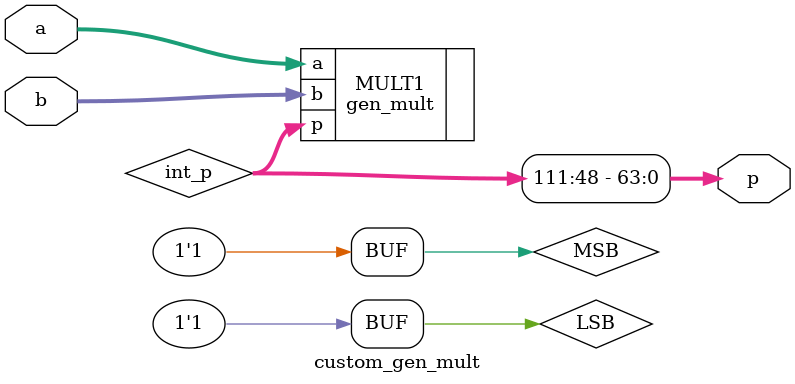
<source format=v>
/*
    custom_gen_mult must take a DATA_WIDTH >= INT_WIDTH >= BIT_SHIFT
    DATA_WIDTH - Indicates the size of the DATA
        For INT_WIDTH = 16: 
        * DATA_WIDTH = 64 -> 16Q48
        * DATA_WIDTH = 48 -> 16Q32
        * DATA_WIDTH = 32 -> 16Q16
    INT_WIDTH - Indicates the integer size
    BIT_SHIFT - divides the output by 2^BITSHIFT
    DEC_FORMAT - REDUCE LEAST SIGNIFICANT BITS
    INT_FORMAT - REDUCE MOST SIGNIFICANT BITS
*/
module custom_gen_mult
#(
	parameter DATA_WIDTH = 64,
	parameter OUT_WIDTH = DATA_WIDTH,
	parameter INT_WIDTH = 16,
	parameter BIT_SHIFT = 0,
	parameter DEC_FORMAT = 0,
	parameter INT_FORMAT = 0
)
(
	input  [DATA_WIDTH - 1 : 0] a,
	input  [DATA_WIDTH - 1 : 0] b,
	output [OUT_WIDTH - 1 : 0] p
);
	wire [DATA_WIDTH + DATA_WIDTH - 1:0] int_p;

	reg MSB = (DATA_WIDTH*2-1-INT_WIDTH)+BIT_SHIFT-INT_FORMAT;
	reg LSB = (DATA_WIDTH-1-INT_WIDTH)+BIT_SHIFT+DEC_FORMAT;
	assign p = int_p[((DATA_WIDTH*2-1-INT_WIDTH)+BIT_SHIFT)-INT_FORMAT : ((DATA_WIDTH-INT_WIDTH)+BIT_SHIFT)+DEC_FORMAT];
       
	gen_mult #(.DATA_WIDTH(DATA_WIDTH)) MULT1 (.a(a), .b(b), .p(int_p));
endmodule

</source>
